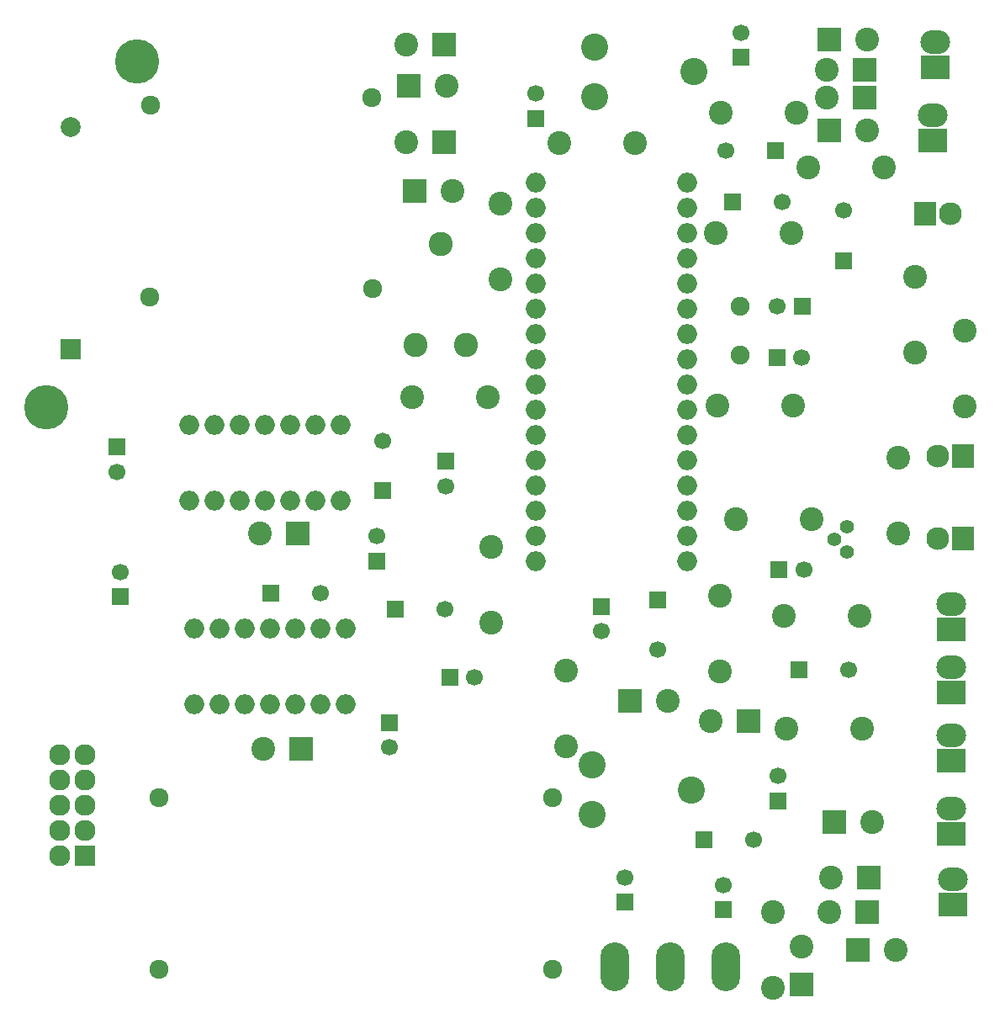
<source format=gts>
G04 #@! TF.FileFunction,Soldermask,Top*
%FSLAX46Y46*%
G04 Gerber Fmt 4.6, Leading zero omitted, Abs format (unit mm)*
G04 Created by KiCad (PCBNEW 4.0.7-e1-6374~58~ubuntu14.04.1) date Wed Aug  9 00:32:34 2017*
%MOMM*%
%LPD*%
G01*
G04 APERTURE LIST*
%ADD10C,0.100000*%
%ADD11R,1.700000X1.700000*%
%ADD12C,1.700000*%
%ADD13C,2.398980*%
%ADD14R,2.398980X2.398980*%
%ADD15R,2.300000X2.400000*%
%ADD16C,2.300000*%
%ADD17R,2.127200X2.127200*%
%ADD18O,2.127200X2.127200*%
%ADD19R,3.000000X2.400000*%
%ADD20O,3.000000X2.400000*%
%ADD21C,4.464000*%
%ADD22O,2.899360X4.900880*%
%ADD23C,1.924000*%
%ADD24O,2.000000X2.000000*%
%ADD25C,2.432000*%
%ADD26C,1.901140*%
%ADD27R,2.000000X2.000000*%
%ADD28C,2.000000*%
%ADD29C,1.400760*%
%ADD30C,2.740000*%
G04 APERTURE END LIST*
D10*
D11*
X85610700Y-109880000D03*
D12*
X85610700Y-107380000D03*
D11*
X146291000Y-141376000D03*
D12*
X146291000Y-138876000D03*
D11*
X144361000Y-134341000D03*
D12*
X149361000Y-134341000D03*
D11*
X118745000Y-117983000D03*
D12*
X121245000Y-117983000D03*
D11*
X153886000Y-117259000D03*
D12*
X158886000Y-117259000D03*
D11*
X112649000Y-122555000D03*
D12*
X112649000Y-125055000D03*
D11*
X111379000Y-106299000D03*
D12*
X111379000Y-103799000D03*
D11*
X113284000Y-111125000D03*
D12*
X118284000Y-111125000D03*
X136347000Y-138114000D03*
D11*
X136347000Y-140614000D03*
X133985000Y-110871000D03*
D12*
X133985000Y-113371000D03*
D11*
X118364000Y-96266000D03*
D12*
X118364000Y-98766000D03*
D11*
X100724000Y-109525000D03*
D12*
X105724000Y-109525000D03*
D11*
X111989000Y-99187000D03*
D12*
X111989000Y-94187000D03*
D11*
X85217000Y-94830900D03*
D12*
X85217000Y-97330900D03*
D11*
X139700000Y-110236000D03*
D12*
X139700000Y-115236000D03*
D11*
X147180000Y-70142100D03*
D12*
X152180000Y-70142100D03*
D11*
X151562000Y-64998600D03*
D12*
X146562000Y-64998600D03*
D11*
X151676000Y-85839300D03*
D12*
X154176000Y-85839300D03*
D11*
X154229000Y-80632300D03*
D12*
X151729000Y-80632300D03*
D11*
X158369000Y-76047600D03*
D12*
X158369000Y-71047600D03*
D11*
X151752000Y-130416000D03*
D12*
X151752000Y-127916000D03*
D11*
X127406000Y-61772800D03*
D12*
X127406000Y-59272800D03*
D13*
X99949000Y-125222000D03*
D14*
X103759000Y-125222000D03*
D13*
X99619000Y-103543000D03*
D14*
X103429000Y-103543000D03*
D13*
X154153000Y-145110000D03*
D14*
X154153000Y-148920000D03*
D15*
X170434000Y-95758000D03*
D16*
X167894000Y-95758000D03*
D13*
X163652000Y-145440000D03*
D14*
X159842000Y-145440000D03*
D13*
X156921000Y-141618000D03*
D14*
X160731000Y-141618000D03*
D13*
X157099000Y-138151000D03*
D14*
X160909000Y-138151000D03*
D13*
X161252000Y-132550000D03*
D14*
X157442000Y-132550000D03*
D13*
X119024000Y-69088000D03*
D14*
X115214000Y-69088000D03*
D13*
X114338000Y-54317900D03*
D14*
X118148000Y-54317900D03*
D13*
X114376000Y-64147700D03*
D14*
X118186000Y-64147700D03*
D13*
X118402000Y-58496200D03*
D14*
X114592000Y-58496200D03*
D15*
X170434000Y-104013000D03*
D16*
X167894000Y-104013000D03*
D17*
X82054700Y-135928000D03*
D18*
X79514700Y-135928000D03*
X82054700Y-133388000D03*
X79514700Y-133388000D03*
X82054700Y-130848000D03*
X79514700Y-130848000D03*
X82054700Y-128308000D03*
X79514700Y-128308000D03*
X82054700Y-125768000D03*
X79514700Y-125768000D03*
D19*
X169215000Y-113208000D03*
D20*
X169215000Y-110668000D03*
D19*
X169266000Y-126416000D03*
D20*
X169266000Y-123876000D03*
D19*
X169266000Y-119482000D03*
D20*
X169266000Y-116942000D03*
D19*
X169418000Y-140868000D03*
D20*
X169418000Y-138328000D03*
D21*
X78105000Y-90805000D03*
X87287100Y-56007000D03*
D19*
X169266000Y-133731000D03*
D20*
X169266000Y-131191000D03*
D22*
X140970000Y-147142000D03*
X146558000Y-147142000D03*
X135382000Y-147142000D03*
D13*
X151257000Y-141605000D03*
X151257000Y-149225000D03*
X170548000Y-83146900D03*
X170548000Y-90766900D03*
X145732000Y-90678000D03*
X153352000Y-90678000D03*
X154864000Y-66675000D03*
X162484000Y-66675000D03*
X160045000Y-111811000D03*
X152425000Y-111811000D03*
X153162000Y-73317100D03*
X145542000Y-73317100D03*
X122580000Y-89814400D03*
X114960000Y-89814400D03*
X130480000Y-124943000D03*
X130480000Y-117323000D03*
X137414000Y-64211200D03*
X129794000Y-64211200D03*
X123838000Y-70319900D03*
X123838000Y-77939900D03*
X163868000Y-95935800D03*
X163868000Y-103555800D03*
X145974000Y-109792000D03*
X145974000Y-117412000D03*
D23*
X110871000Y-59690000D03*
X110998000Y-78867000D03*
X88646000Y-60452000D03*
X88519000Y-79756000D03*
D24*
X93027500Y-120701000D03*
X95567500Y-120701000D03*
X98107500Y-120701000D03*
X100647500Y-120701000D03*
X103187500Y-120701000D03*
X105727500Y-120701000D03*
X108267500Y-120701000D03*
X108267500Y-113081000D03*
X105727500Y-113081000D03*
X103187500Y-113081000D03*
X100647500Y-113081000D03*
X98107500Y-113081000D03*
X95567500Y-113081000D03*
X93027500Y-113081000D03*
X92506800Y-100178000D03*
X95046800Y-100178000D03*
X97586800Y-100178000D03*
X100126800Y-100178000D03*
X102666800Y-100178000D03*
X105206800Y-100178000D03*
X107746800Y-100178000D03*
X107746800Y-92558000D03*
X105206800Y-92558000D03*
X102666800Y-92558000D03*
X100126800Y-92558000D03*
X97586800Y-92558000D03*
X95046800Y-92558000D03*
X92506800Y-92558000D03*
X142672000Y-106324000D03*
X142672000Y-103784000D03*
X142672000Y-101244000D03*
X142672000Y-98704000D03*
X142672000Y-96164000D03*
X142672000Y-93624000D03*
X142672000Y-91084000D03*
X142672000Y-88544000D03*
X142672000Y-86004000D03*
X142672000Y-83464000D03*
X142672000Y-80924000D03*
X142672000Y-78384000D03*
X142672000Y-75844000D03*
X142672000Y-73304000D03*
X142672000Y-70764000D03*
X142672000Y-68224000D03*
X127432000Y-68224000D03*
X127432000Y-70764000D03*
X127432000Y-73304000D03*
X127432000Y-75844000D03*
X127432000Y-78384000D03*
X127432000Y-80924000D03*
X127432000Y-83464000D03*
X127432000Y-86004000D03*
X127432000Y-88544000D03*
X127432000Y-91084000D03*
X127432000Y-93624000D03*
X127432000Y-96164000D03*
X127432000Y-98704000D03*
X127432000Y-101244000D03*
X127432000Y-103784000D03*
X127432000Y-106324000D03*
D25*
X115316000Y-84531200D03*
X117856000Y-74371200D03*
X120396000Y-84531200D03*
D26*
X147942000Y-80655160D03*
X147942000Y-85537040D03*
D27*
X80619600Y-84937600D03*
D28*
X80619600Y-62585600D03*
D23*
X129083000Y-147345000D03*
X129083000Y-130073000D03*
X89459000Y-130073000D03*
X89459000Y-147345000D03*
D11*
X151892000Y-107188000D03*
D12*
X154392000Y-107188000D03*
D11*
X148082000Y-55626000D03*
D12*
X148082000Y-53126000D03*
D13*
X140716000Y-120396000D03*
D14*
X136906000Y-120396000D03*
D13*
X145034000Y-122428000D03*
D14*
X148844000Y-122428000D03*
D15*
X166624000Y-71374000D03*
D16*
X169164000Y-71374000D03*
D13*
X160782000Y-62992000D03*
D14*
X156972000Y-62992000D03*
D13*
X156718000Y-59690000D03*
D14*
X160528000Y-59690000D03*
D13*
X156718000Y-56896000D03*
D14*
X160528000Y-56896000D03*
D13*
X160782000Y-53848000D03*
D14*
X156972000Y-53848000D03*
D19*
X167640000Y-56642000D03*
D20*
X167640000Y-54102000D03*
D19*
X167386000Y-64008000D03*
D20*
X167386000Y-61468000D03*
D13*
X122936000Y-112522000D03*
X122936000Y-104902000D03*
X160274000Y-123190000D03*
X152654000Y-123190000D03*
X147574000Y-102108000D03*
X155194000Y-102108000D03*
X165608000Y-85344000D03*
X165608000Y-77724000D03*
X153670000Y-61214000D03*
X146050000Y-61214000D03*
D29*
X157480000Y-104140000D03*
X158750000Y-102870000D03*
X158750000Y-105410000D03*
D30*
X133096000Y-126826000D03*
X143096000Y-129326000D03*
X133096000Y-131826000D03*
X133350000Y-54563000D03*
X143350000Y-57063000D03*
X133350000Y-59563000D03*
M02*

</source>
